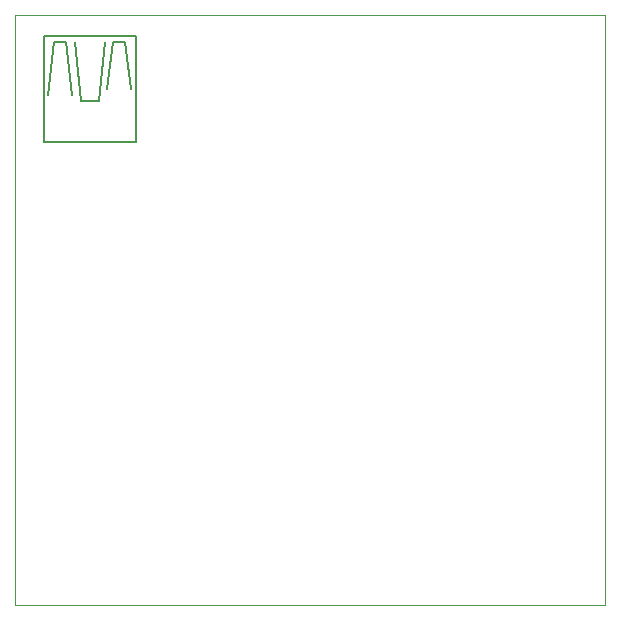
<source format=gbo>
G75*
%MOIN*%
%OFA0B0*%
%FSLAX25Y25*%
%IPPOS*%
%LPD*%
%AMOC8*
5,1,8,0,0,1.08239X$1,22.5*
%
%ADD10C,0.00000*%
%ADD11C,0.00500*%
D10*
X0006800Y0006800D02*
X0006800Y0203650D01*
X0203650Y0203650D01*
X0203650Y0006800D01*
X0006800Y0006800D01*
D11*
X0016446Y0161131D02*
X0016446Y0196564D01*
X0047154Y0196564D01*
X0047154Y0161131D01*
X0016446Y0161131D01*
X0028847Y0174910D02*
X0026879Y0194595D01*
X0023926Y0194595D02*
X0025894Y0176879D01*
X0028847Y0174910D02*
X0034753Y0174910D01*
X0036721Y0194595D01*
X0039674Y0194595D02*
X0037706Y0178847D01*
X0045580Y0178847D02*
X0043611Y0194595D01*
X0039674Y0194595D01*
X0023926Y0194595D02*
X0019989Y0194595D01*
X0018020Y0176879D01*
M02*

</source>
